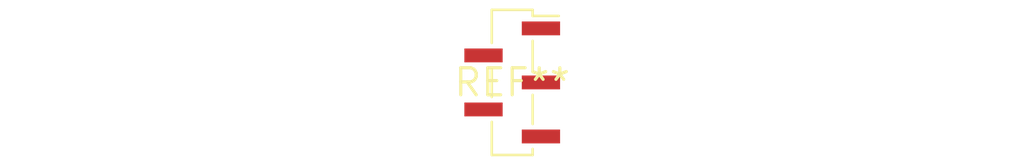
<source format=kicad_pcb>
(kicad_pcb (version 20240108) (generator pcbnew)
  (layers (0 "F.Cu" signal) (31 "B.Cu" signal) (34 "B.Paste" user) (35 "F.Paste" user) (36 "B.SilkS" user "B.Silkscreen") (37 "F.SilkS" user "F.Silkscreen") (38 "B.Mask" user) (39 "F.Mask" user) (44 "Edge.Cuts" user))
  (net 0 "")
  (footprint "PinSocket_1x05_P1.27mm_Vertical_SMD_Pin1Right" (layer "F.Cu") (at 0 0)
    (property "Reference" "REF**")
    (property "Value" "PinSocket_1x05_P1.27mm_Vertical_SMD_Pin1Right")
    (fp_line (start -0.96 -3.41) (end -0.96 -1.855) (layer "F.SilkS") (stroke (width 0.12)))
    (fp_line (start -0.96 -3.41) (end 0.96 -3.41) (layer "F.SilkS") (stroke (width 0.12)))
    (fp_line (start -0.96 -0.685) (end -0.96 0.685) (layer "F.SilkS") (stroke (width 0.12)))
    (fp_line (start -0.96 1.855) (end -0.96 3.41) (layer "F.SilkS") (stroke (width 0.12)))
    (fp_line (start -0.96 3.41) (end 0.96 3.41) (layer "F.SilkS") (stroke (width 0.12)))
    (fp_line (start 0.96 -3.41) (end 0.96 -3.125) (layer "F.SilkS") (stroke (width 0.12)))
    (fp_line (start 0.96 -3.125) (end 2.19 -3.125) (layer "F.SilkS") (stroke (width 0.12)))
    (fp_line (start 0.96 -1.955) (end 0.96 -0.585) (layer "F.SilkS") (stroke (width 0.12)))
    (fp_line (start 0.96 0.585) (end 0.96 1.955) (layer "F.SilkS") (stroke (width 0.12)))
    (fp_line (start 0.96 3.125) (end 0.96 3.41) (layer "F.SilkS") (stroke (width 0.12)))
    (pad "1" smd rect (at 1.35 -2.54) (size 1.8 0.65) (layers "F.Cu" "F.Paste" "F.Mask"))
    (pad "2" smd rect (at -1.35 -1.27) (size 1.8 0.65) (layers "F.Cu" "F.Paste" "F.Mask"))
    (pad "3" smd rect (at 1.35 0) (size 1.8 0.65) (layers "F.Cu" "F.Paste" "F.Mask"))
    (pad "4" smd rect (at -1.35 1.27) (size 1.8 0.65) (layers "F.Cu" "F.Paste" "F.Mask"))
    (pad "5" smd rect (at 1.35 2.54) (size 1.8 0.65) (layers "F.Cu" "F.Paste" "F.Mask"))
  )
)
</source>
